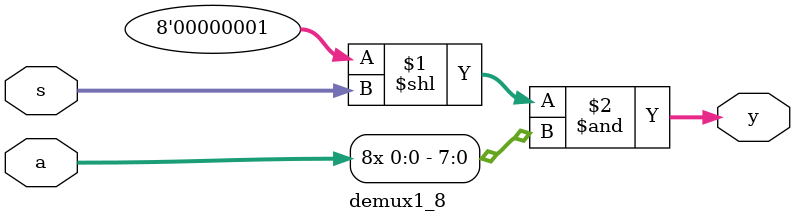
<source format=v>
module demux1_2(input a,s, output y0,y1);
assign y0 = (!s) ? a : 0;
assign y1 = (s) ? a : 0;
endmodule

module demux1_4(input a, 
	input [1:0] s, 
	output y0,y1,y2,y3
);
assign y0 = (s==2'b00) ? a : 0;
assign y1 = (s==2'b01) ? a : 0;
assign y2 = (s==2'b10) ? a : 0;
assign y3 = (s==2'b11) ? a : 0;
endmodule

module demux1_8(input a,
       	input [2:0] s,
       	output [7:0] y);
assign y = 8'b00000001 << s & {8{a}};
endmodule


</source>
